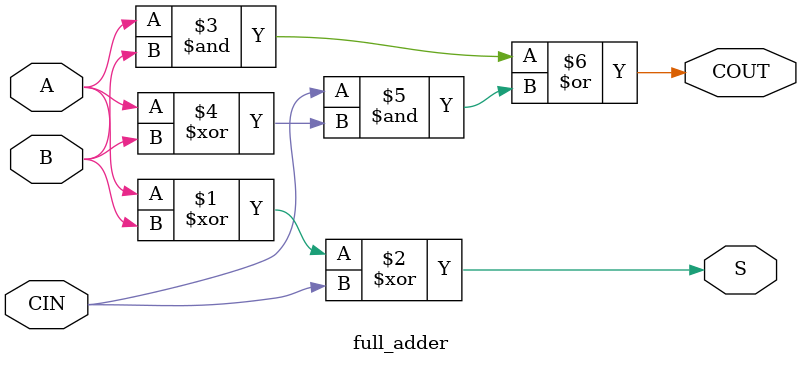
<source format=v>
`timescale 1ns / 1ps


module full_adder(
    input A,
    input B,
    input CIN,
    output S,
    output COUT
    );
    
    assign S = A ^ B ^ CIN;
    assign COUT = (A & B) | ( CIN & (A ^ B) );
    
endmodule

</source>
